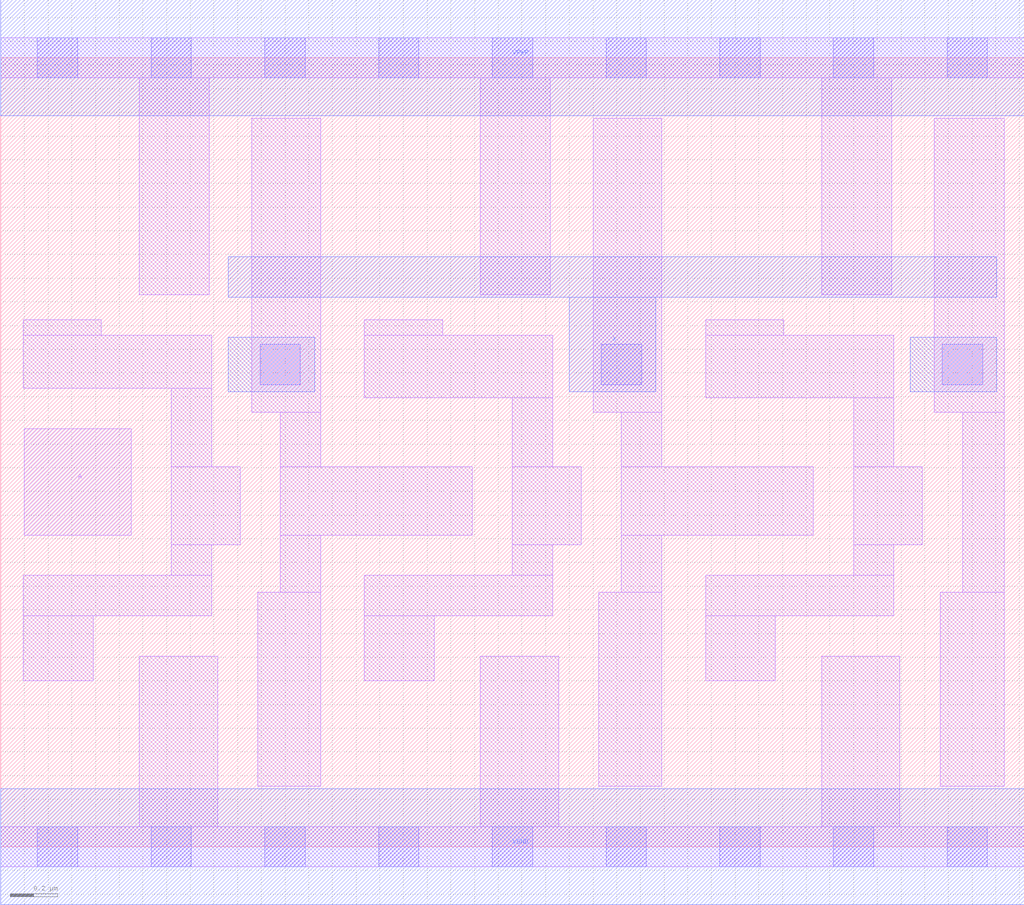
<source format=lef>
# Copyright 2020 The SkyWater PDK Authors
#
# Licensed under the Apache License, Version 2.0 (the "License");
# you may not use this file except in compliance with the License.
# You may obtain a copy of the License at
#
#     https://www.apache.org/licenses/LICENSE-2.0
#
# Unless required by applicable law or agreed to in writing, software
# distributed under the License is distributed on an "AS IS" BASIS,
# WITHOUT WARRANTIES OR CONDITIONS OF ANY KIND, either express or implied.
# See the License for the specific language governing permissions and
# limitations under the License.
#
# SPDX-License-Identifier: Apache-2.0

VERSION 5.7 ;
  NOWIREEXTENSIONATPIN ON ;
  DIVIDERCHAR "/" ;
  BUSBITCHARS "[]" ;
UNITS
  DATABASE MICRONS 200 ;
END UNITS
MACRO sky130_fd_sc_lp__dlymetal6s4s_1
  CLASS CORE ;
  FOREIGN sky130_fd_sc_lp__dlymetal6s4s_1 ;
  ORIGIN  0.000000  0.000000 ;
  SIZE  4.320000 BY  3.330000 ;
  SYMMETRY X Y R90 ;
  SITE unit ;
  PIN A
    ANTENNAGATEAREA  0.126000 ;
    DIRECTION INPUT ;
    USE SIGNAL ;
    PORT
      LAYER li1 ;
        RECT 0.100000 1.315000 0.550000 1.765000 ;
    END
  END A
  PIN X
    ANTENNADIFFAREA  0.556500 ;
    ANTENNAGATEAREA  0.126000 ;
    DIRECTION OUTPUT ;
    USE SIGNAL ;
    PORT
      LAYER met1 ;
        RECT 0.960000 2.320000 4.205000 2.490000 ;
        RECT 2.400000 1.920000 2.765000 2.320000 ;
    END
  END X
  PIN VGND
    DIRECTION INOUT ;
    USE GROUND ;
    PORT
      LAYER met1 ;
        RECT 0.000000 -0.245000 4.320000 0.245000 ;
    END
  END VGND
  PIN VPWR
    DIRECTION INOUT ;
    USE POWER ;
    PORT
      LAYER met1 ;
        RECT 0.000000 3.085000 4.320000 3.575000 ;
    END
  END VPWR
  OBS
    LAYER li1 ;
      RECT 0.000000 -0.085000 4.320000 0.085000 ;
      RECT 0.000000  3.245000 4.320000 3.415000 ;
      RECT 0.095000  0.700000 0.390000 0.975000 ;
      RECT 0.095000  0.975000 0.890000 1.145000 ;
      RECT 0.095000  1.935000 0.890000 2.160000 ;
      RECT 0.095000  2.160000 0.425000 2.225000 ;
      RECT 0.585000  0.085000 0.915000 0.805000 ;
      RECT 0.585000  2.330000 0.880000 3.245000 ;
      RECT 0.720000  1.145000 0.890000 1.275000 ;
      RECT 0.720000  1.275000 1.010000 1.605000 ;
      RECT 0.720000  1.605000 0.890000 1.935000 ;
      RECT 1.060000  1.835000 1.350000 3.075000 ;
      RECT 1.085000  0.255000 1.350000 1.075000 ;
      RECT 1.180000  1.075000 1.350000 1.315000 ;
      RECT 1.180000  1.315000 1.990000 1.605000 ;
      RECT 1.180000  1.605000 1.350000 1.835000 ;
      RECT 1.535000  0.700000 1.830000 0.975000 ;
      RECT 1.535000  0.975000 2.330000 1.145000 ;
      RECT 1.535000  1.895000 2.330000 2.160000 ;
      RECT 1.535000  2.160000 1.865000 2.225000 ;
      RECT 2.025000  0.085000 2.355000 0.805000 ;
      RECT 2.025000  2.330000 2.320000 3.245000 ;
      RECT 2.160000  1.145000 2.330000 1.275000 ;
      RECT 2.160000  1.275000 2.450000 1.605000 ;
      RECT 2.160000  1.605000 2.330000 1.895000 ;
      RECT 2.500000  1.835000 2.790000 3.075000 ;
      RECT 2.525000  0.255000 2.790000 1.075000 ;
      RECT 2.620000  1.075000 2.790000 1.315000 ;
      RECT 2.620000  1.315000 3.430000 1.605000 ;
      RECT 2.620000  1.605000 2.790000 1.835000 ;
      RECT 2.975000  0.700000 3.270000 0.975000 ;
      RECT 2.975000  0.975000 3.770000 1.145000 ;
      RECT 2.975000  1.895000 3.770000 2.160000 ;
      RECT 2.975000  2.160000 3.305000 2.225000 ;
      RECT 3.465000  0.085000 3.795000 0.805000 ;
      RECT 3.465000  2.330000 3.760000 3.245000 ;
      RECT 3.600000  1.145000 3.770000 1.275000 ;
      RECT 3.600000  1.275000 3.890000 1.605000 ;
      RECT 3.600000  1.605000 3.770000 1.895000 ;
      RECT 3.940000  1.835000 4.235000 3.075000 ;
      RECT 3.965000  0.255000 4.235000 1.075000 ;
      RECT 4.060000  1.075000 4.235000 1.835000 ;
    LAYER mcon ;
      RECT 0.155000 -0.085000 0.325000 0.085000 ;
      RECT 0.155000  3.245000 0.325000 3.415000 ;
      RECT 0.635000 -0.085000 0.805000 0.085000 ;
      RECT 0.635000  3.245000 0.805000 3.415000 ;
      RECT 1.095000  1.950000 1.265000 2.120000 ;
      RECT 1.115000 -0.085000 1.285000 0.085000 ;
      RECT 1.115000  3.245000 1.285000 3.415000 ;
      RECT 1.595000 -0.085000 1.765000 0.085000 ;
      RECT 1.595000  3.245000 1.765000 3.415000 ;
      RECT 2.075000 -0.085000 2.245000 0.085000 ;
      RECT 2.075000  3.245000 2.245000 3.415000 ;
      RECT 2.535000  1.950000 2.705000 2.120000 ;
      RECT 2.555000 -0.085000 2.725000 0.085000 ;
      RECT 2.555000  3.245000 2.725000 3.415000 ;
      RECT 3.035000 -0.085000 3.205000 0.085000 ;
      RECT 3.035000  3.245000 3.205000 3.415000 ;
      RECT 3.515000 -0.085000 3.685000 0.085000 ;
      RECT 3.515000  3.245000 3.685000 3.415000 ;
      RECT 3.975000  1.950000 4.145000 2.120000 ;
      RECT 3.995000 -0.085000 4.165000 0.085000 ;
      RECT 3.995000  3.245000 4.165000 3.415000 ;
    LAYER met1 ;
      RECT 0.960000 1.920000 1.325000 2.150000 ;
      RECT 3.840000 1.920000 4.205000 2.150000 ;
  END
END sky130_fd_sc_lp__dlymetal6s4s_1
END LIBRARY

</source>
